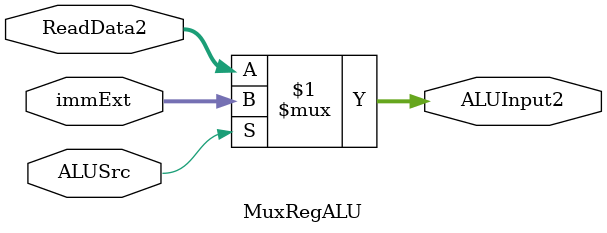
<source format=v>
module MuxRegALU(
    input  wire ALUSrc,           // Seleciona entre registrador ou imediato
    input  wire [31:0] ReadData2, // Segundo operando vindo dos registradores
    input  wire [31:0] immExt,    // Imediato estendido
    output wire [31:0] ALUInput2  // Entrada da ALU
);
    assign ALUInput2 = (ALUSrc) ? immExt : ReadData2;
endmodule

</source>
